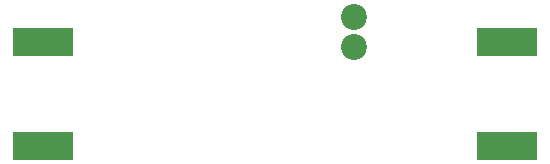
<source format=gbs>
G04 #@! TF.FileFunction,Soldermask,Bot*
%FSLAX46Y46*%
G04 Gerber Fmt 4.6, Leading zero omitted, Abs format (unit mm)*
G04 Created by KiCad (PCBNEW 0.201505031001+5637~23~ubuntu14.04.1-product) date Tue 26 May 2015 22:06:30 BST*
%MOMM*%
G01*
G04 APERTURE LIST*
%ADD10C,0.100000*%
%ADD11R,5.080000X2.413000*%
%ADD12C,2.200000*%
G04 APERTURE END LIST*
D10*
D11*
X158700000Y-82618500D03*
X158700000Y-91381500D03*
X119400000Y-91381500D03*
X119400000Y-82618500D03*
D12*
X145700000Y-83000000D03*
X145700000Y-80460000D03*
M02*

</source>
